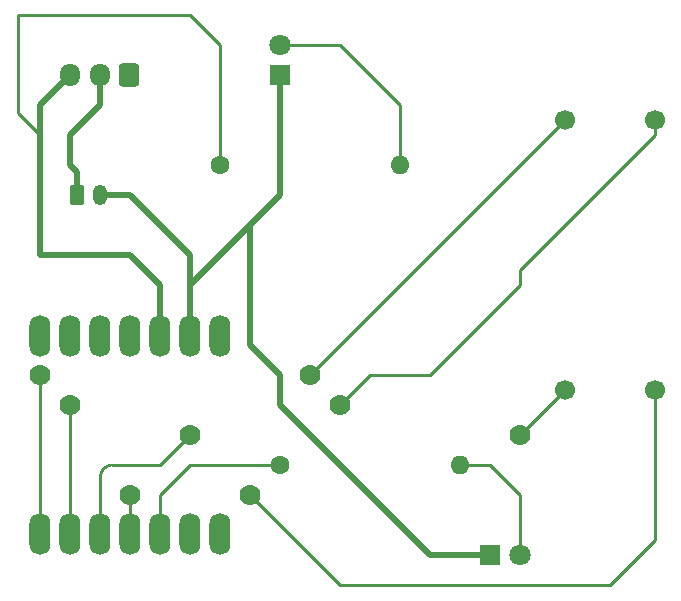
<source format=gbr>
%TF.GenerationSoftware,KiCad,Pcbnew,8.0.8*%
%TF.CreationDate,2025-02-26T19:15:05-08:00*%
%TF.ProjectId,techin514-final-project,74656368-696e-4353-9134-2d66696e616c,rev?*%
%TF.SameCoordinates,Original*%
%TF.FileFunction,Copper,L1,Top*%
%TF.FilePolarity,Positive*%
%FSLAX46Y46*%
G04 Gerber Fmt 4.6, Leading zero omitted, Abs format (unit mm)*
G04 Created by KiCad (PCBNEW 8.0.8) date 2025-02-26 19:15:05*
%MOMM*%
%LPD*%
G01*
G04 APERTURE LIST*
G04 Aperture macros list*
%AMRoundRect*
0 Rectangle with rounded corners*
0 $1 Rounding radius*
0 $2 $3 $4 $5 $6 $7 $8 $9 X,Y pos of 4 corners*
0 Add a 4 corners polygon primitive as box body*
4,1,4,$2,$3,$4,$5,$6,$7,$8,$9,$2,$3,0*
0 Add four circle primitives for the rounded corners*
1,1,$1+$1,$2,$3*
1,1,$1+$1,$4,$5*
1,1,$1+$1,$6,$7*
1,1,$1+$1,$8,$9*
0 Add four rect primitives between the rounded corners*
20,1,$1+$1,$2,$3,$4,$5,0*
20,1,$1+$1,$4,$5,$6,$7,0*
20,1,$1+$1,$6,$7,$8,$9,0*
20,1,$1+$1,$8,$9,$2,$3,0*%
G04 Aperture macros list end*
%TA.AperFunction,ComponentPad*%
%ADD10C,1.600000*%
%TD*%
%TA.AperFunction,ComponentPad*%
%ADD11O,1.600000X1.600000*%
%TD*%
%TA.AperFunction,ComponentPad*%
%ADD12O,1.700000X1.950000*%
%TD*%
%TA.AperFunction,ComponentPad*%
%ADD13RoundRect,0.250000X0.600000X0.725000X-0.600000X0.725000X-0.600000X-0.725000X0.600000X-0.725000X0*%
%TD*%
%TA.AperFunction,ComponentPad*%
%ADD14C,1.700000*%
%TD*%
%TA.AperFunction,ComponentPad*%
%ADD15R,1.800000X1.800000*%
%TD*%
%TA.AperFunction,ComponentPad*%
%ADD16C,1.800000*%
%TD*%
%TA.AperFunction,ComponentPad*%
%ADD17RoundRect,0.250000X-0.350000X-0.625000X0.350000X-0.625000X0.350000X0.625000X-0.350000X0.625000X0*%
%TD*%
%TA.AperFunction,ComponentPad*%
%ADD18O,1.200000X1.750000*%
%TD*%
%TA.AperFunction,ComponentPad*%
%ADD19O,1.778000X3.556000*%
%TD*%
%TA.AperFunction,ViaPad*%
%ADD20C,1.778000*%
%TD*%
%TA.AperFunction,Conductor*%
%ADD21C,0.254000*%
%TD*%
%TA.AperFunction,Conductor*%
%ADD22C,0.500000*%
%TD*%
G04 APERTURE END LIST*
D10*
%TO.P,R2,1*%
%TO.N,Net-(U1-PA8_A4_D4_SDA)*%
X86360000Y-99060000D03*
D11*
%TO.P,R2,2*%
%TO.N,Net-(D2-A)*%
X101600000Y-99060000D03*
%TD*%
D10*
%TO.P,R1,1*%
%TO.N,Net-(SW1-C)*%
X81280000Y-73660000D03*
D11*
%TO.P,R1,2*%
%TO.N,Net-(D1-A)*%
X96520000Y-73660000D03*
%TD*%
D12*
%TO.P,SW1,3,C*%
%TO.N,Net-(SW1-C)*%
X68580000Y-66040000D03*
%TO.P,SW1,2,B*%
%TO.N,Net-(BT1-+)*%
X71080000Y-66040000D03*
D13*
%TO.P,SW1,1,A*%
%TO.N,unconnected-(SW1-A-Pad1)*%
X73580000Y-66040000D03*
%TD*%
D14*
%TO.P,M1,1*%
%TO.N,Net-(U1-PA02_A0_D0)*%
X110490000Y-69850000D03*
%TO.P,M1,2,-*%
%TO.N,Net-(M1--)*%
X118110000Y-69850000D03*
%TO.P,M1,3*%
%TO.N,Net-(U1-PA10_A2_D2)*%
X110490000Y-92710000D03*
%TO.P,M1,4*%
%TO.N,Net-(U1-PA11_A3_D3)*%
X118110000Y-92710000D03*
%TD*%
D15*
%TO.P,D2,1,K*%
%TO.N,GND*%
X104140000Y-106680000D03*
D16*
%TO.P,D2,2,A*%
%TO.N,Net-(D2-A)*%
X106680000Y-106680000D03*
%TD*%
%TO.P,D1,2,A*%
%TO.N,Net-(D1-A)*%
X86360000Y-63500000D03*
D15*
%TO.P,D1,1,K*%
%TO.N,GND*%
X86360000Y-66040000D03*
%TD*%
D17*
%TO.P,BT1,1,+*%
%TO.N,Net-(BT1-+)*%
X69120000Y-76200000D03*
D18*
%TO.P,BT1,2,-*%
%TO.N,GND*%
X71120000Y-76200000D03*
%TD*%
D19*
%TO.P,U1,1,PA02_A0_D0*%
%TO.N,Net-(U1-PA02_A0_D0)*%
X66040000Y-104902000D03*
%TO.P,U1,2,PA4_A1_D1*%
%TO.N,Net-(M1--)*%
X68580000Y-104902000D03*
%TO.P,U1,3,PA10_A2_D2*%
%TO.N,Net-(U1-PA10_A2_D2)*%
X71120000Y-104902000D03*
%TO.P,U1,4,PA11_A3_D3*%
%TO.N,Net-(U1-PA11_A3_D3)*%
X73660000Y-104902000D03*
%TO.P,U1,5,PA8_A4_D4_SDA*%
%TO.N,Net-(U1-PA8_A4_D4_SDA)*%
X76200000Y-104902000D03*
%TO.P,U1,6,PA9_A5_D5_SCL*%
%TO.N,unconnected-(U1-PA9_A5_D5_SCL-Pad6)*%
X78740000Y-104902000D03*
%TO.P,U1,7,PB08_A6_D6_TX*%
%TO.N,unconnected-(U1-PB08_A6_D6_TX-Pad7)*%
X81280000Y-104902000D03*
%TO.P,U1,8,PB09_A7_D7_RX*%
%TO.N,unconnected-(U1-PB09_A7_D7_RX-Pad8)*%
X66040000Y-88138000D03*
%TO.P,U1,9,PA7_A8_D8_SCK*%
%TO.N,unconnected-(U1-PA7_A8_D8_SCK-Pad9)*%
X68580000Y-88138000D03*
%TO.P,U1,10,PA5_A9_D9_MISO*%
%TO.N,unconnected-(U1-PA5_A9_D9_MISO-Pad10)*%
X71120000Y-88138000D03*
%TO.P,U1,11,PA6_A10_D10_MOSI*%
%TO.N,unconnected-(U1-PA6_A10_D10_MOSI-Pad11)*%
X73660000Y-88138000D03*
%TO.P,U1,12,3V3*%
%TO.N,Net-(SW1-C)*%
X76200000Y-88138000D03*
%TO.P,U1,13,GND*%
%TO.N,GND*%
X78740000Y-88138000D03*
%TO.P,U1,14,5V*%
%TO.N,unconnected-(U1-5V-Pad14)*%
X81280000Y-88138000D03*
%TD*%
D20*
%TO.N,Net-(U1-PA10_A2_D2)*%
X106680000Y-96520000D03*
%TO.N,Net-(U1-PA11_A3_D3)*%
X73660000Y-101600000D03*
X83820000Y-101600000D03*
%TO.N,Net-(U1-PA10_A2_D2)*%
X78740000Y-96520000D03*
%TO.N,Net-(M1--)*%
X68580000Y-93980000D03*
%TO.N,Net-(U1-PA02_A0_D0)*%
X66040000Y-91440000D03*
%TO.N,Net-(M1--)*%
X91440000Y-93980000D03*
%TO.N,Net-(U1-PA02_A0_D0)*%
X88900000Y-91440000D03*
%TD*%
D21*
%TO.N,Net-(U1-PA10_A2_D2)*%
X72120000Y-99060000D02*
G75*
G03*
X71120000Y-100060000I0J-1000000D01*
G01*
D22*
%TO.N,GND*%
X78740000Y-88900000D02*
X78740000Y-81280000D01*
X73660000Y-76200000D02*
X71120000Y-76200000D01*
X78740000Y-81280000D02*
X73660000Y-76200000D01*
D21*
%TO.N,Net-(U1-PA8_A4_D4_SDA)*%
X86360000Y-99060000D02*
X78740000Y-99060000D01*
X78740000Y-99060000D02*
X76200000Y-101600000D01*
X76200000Y-101600000D02*
X76200000Y-104140000D01*
%TO.N,Net-(U1-PA11_A3_D3)*%
X73660000Y-101600000D02*
X73660000Y-104140000D01*
X91440000Y-109220000D02*
X83820000Y-101600000D01*
X114300000Y-109220000D02*
X91440000Y-109220000D01*
X118110000Y-92710000D02*
X118110000Y-105410000D01*
X118110000Y-105410000D02*
X114300000Y-109220000D01*
D22*
%TO.N,GND*%
X86360000Y-93980000D02*
X99060000Y-106680000D01*
D21*
%TO.N,Net-(U1-PA10_A2_D2)*%
X110490000Y-92710000D02*
X106680000Y-96520000D01*
X78740000Y-96520000D02*
X76200000Y-99060000D01*
X71120000Y-100060000D02*
X71120000Y-104140000D01*
X76200000Y-99060000D02*
X72120000Y-99060000D01*
D22*
%TO.N,GND*%
X86360000Y-76200000D02*
X83820000Y-78740000D01*
X83820000Y-78740000D02*
X78740000Y-83820000D01*
X86360000Y-93980000D02*
X86360000Y-91440000D01*
X104140000Y-106680000D02*
X99060000Y-106680000D01*
X86360000Y-91440000D02*
X83820000Y-88900000D01*
X83820000Y-88900000D02*
X83820000Y-78740000D01*
D21*
%TO.N,Net-(D2-A)*%
X104140000Y-99060000D02*
X106680000Y-101600000D01*
X101600000Y-99060000D02*
X104140000Y-99060000D01*
X106680000Y-101600000D02*
X106680000Y-106680000D01*
%TO.N,Net-(M1--)*%
X106680000Y-82557304D02*
X106680000Y-83820000D01*
X68580000Y-93980000D02*
X68580000Y-104140000D01*
X118110000Y-71127304D02*
X106680000Y-82557304D01*
X99060000Y-91440000D02*
X93980000Y-91440000D01*
X106680000Y-83820000D02*
X99060000Y-91440000D01*
X93980000Y-91440000D02*
X91440000Y-93980000D01*
X118110000Y-69850000D02*
X118110000Y-71127304D01*
%TO.N,Net-(U1-PA02_A0_D0)*%
X110490000Y-69850000D02*
X88900000Y-91440000D01*
X66040000Y-91440000D02*
X66040000Y-104140000D01*
D22*
%TO.N,GND*%
X86360000Y-66040000D02*
X86360000Y-76200000D01*
D21*
%TO.N,Net-(D1-A)*%
X96520000Y-68580000D02*
X91440000Y-63500000D01*
X96520000Y-73660000D02*
X96520000Y-68580000D01*
X91440000Y-63500000D02*
X86360000Y-63500000D01*
D22*
%TO.N,Net-(SW1-C)*%
X66040000Y-71120000D02*
X66040000Y-81280000D01*
X66040000Y-68580000D02*
X66040000Y-71120000D01*
D21*
X66040000Y-71120000D02*
X64127000Y-69207000D01*
X64127000Y-69207000D02*
X64127000Y-60960000D01*
X64127000Y-60960000D02*
X78740000Y-60960000D01*
X78740000Y-60960000D02*
X81280000Y-63500000D01*
X81280000Y-63500000D02*
X81280000Y-73660000D01*
D22*
%TO.N,Net-(BT1-+)*%
X71120000Y-68580000D02*
X68580000Y-71120000D01*
X71080000Y-66040000D02*
X71080000Y-68540000D01*
D21*
X71080000Y-68540000D02*
X71120000Y-68580000D01*
D22*
X68580000Y-71120000D02*
X68580000Y-73660000D01*
X68580000Y-73660000D02*
X69120000Y-74200000D01*
X69120000Y-74200000D02*
X69120000Y-76200000D01*
%TO.N,Net-(SW1-C)*%
X66040000Y-68580000D02*
X68580000Y-66040000D01*
X66040000Y-81280000D02*
X73660000Y-81280000D01*
X73660000Y-81280000D02*
X76200000Y-83820000D01*
X76200000Y-83820000D02*
X76200000Y-88900000D01*
%TD*%
M02*

</source>
